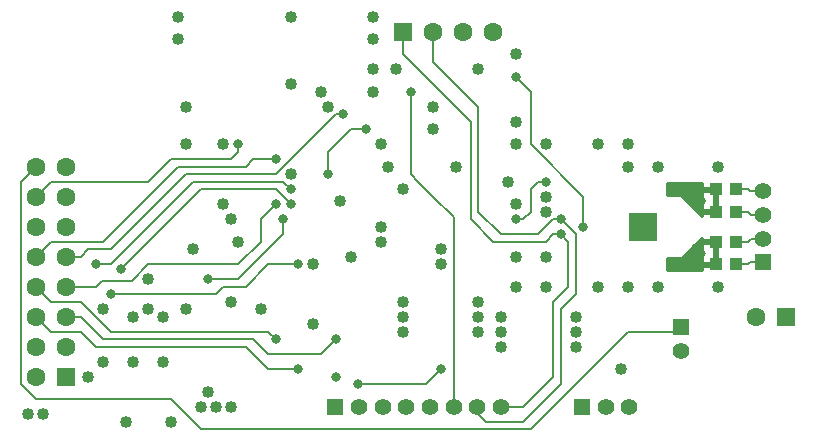
<source format=gbl>
G04 #@! TF.GenerationSoftware,KiCad,Pcbnew,5.0.0-fee4fd1~65~ubuntu17.10.1*
G04 #@! TF.CreationDate,2018-10-29T15:23:50-04:00*
G04 #@! TF.ProjectId,daughterboard,6461756768746572626F6172642E6B69,rev?*
G04 #@! TF.SameCoordinates,Original*
G04 #@! TF.FileFunction,Copper,L4,Bot,Signal*
G04 #@! TF.FilePolarity,Positive*
%FSLAX46Y46*%
G04 Gerber Fmt 4.6, Leading zero omitted, Abs format (unit mm)*
G04 Created by KiCad (PCBNEW 5.0.0-fee4fd1~65~ubuntu17.10.1) date Mon Oct 29 15:23:50 2018*
%MOMM*%
%LPD*%
G01*
G04 APERTURE LIST*
G04 #@! TA.AperFunction,ComponentPad*
%ADD10C,1.400000*%
G04 #@! TD*
G04 #@! TA.AperFunction,ComponentPad*
%ADD11R,1.400000X1.400000*%
G04 #@! TD*
G04 #@! TA.AperFunction,ComponentPad*
%ADD12R,1.600000X1.600000*%
G04 #@! TD*
G04 #@! TA.AperFunction,ComponentPad*
%ADD13C,1.600000*%
G04 #@! TD*
G04 #@! TA.AperFunction,ComponentPad*
%ADD14R,2.400000X2.400000*%
G04 #@! TD*
G04 #@! TA.AperFunction,SMDPad,CuDef*
%ADD15R,1.100000X1.000000*%
G04 #@! TD*
G04 #@! TA.AperFunction,ViaPad*
%ADD16C,0.812800*%
G04 #@! TD*
G04 #@! TA.AperFunction,ViaPad*
%ADD17C,1.016000*%
G04 #@! TD*
G04 #@! TA.AperFunction,Conductor*
%ADD18C,0.203200*%
G04 #@! TD*
G04 #@! TA.AperFunction,Conductor*
%ADD19C,0.254000*%
G04 #@! TD*
%ADD20C,0.350000*%
G04 APERTURE END LIST*
D10*
G04 #@! TO.P,J7,2*
G04 #@! TO.N,GND*
X208915000Y-104505000D03*
D11*
G04 #@! TO.P,J7,1*
G04 #@! TO.N,/ALRM_SW*
X208915000Y-102505000D03*
G04 #@! TD*
G04 #@! TO.P,J1,1*
G04 #@! TO.N,/PIX_VCC*
X200565000Y-109220000D03*
D10*
G04 #@! TO.P,J1,2*
G04 #@! TO.N,Net-(J1-Pad2)*
X202565000Y-109220000D03*
G04 #@! TO.P,J1,3*
G04 #@! TO.N,GND*
X204565000Y-109220000D03*
G04 #@! TD*
D11*
G04 #@! TO.P,J2,1*
G04 #@! TO.N,+5V*
X179690000Y-109220000D03*
D10*
G04 #@! TO.P,J2,2*
G04 #@! TO.N,/PIX_VCC*
X181690000Y-109220000D03*
G04 #@! TO.P,J2,3*
G04 #@! TO.N,GND*
X183690000Y-109220000D03*
G04 #@! TO.P,J2,4*
X185690000Y-109220000D03*
G04 #@! TO.P,J2,5*
G04 #@! TO.N,Net-(J2-Pad5)*
X187690000Y-109220000D03*
G04 #@! TO.P,J2,6*
G04 #@! TO.N,/KCHG*
X189690000Y-109220000D03*
G04 #@! TO.P,J2,7*
G04 #@! TO.N,/SCL*
X191690000Y-109220000D03*
G04 #@! TO.P,J2,8*
G04 #@! TO.N,/SDA*
X193690000Y-109220000D03*
G04 #@! TD*
D11*
G04 #@! TO.P,J3,1*
G04 #@! TO.N,/OUT_L-*
X215900000Y-96980000D03*
D10*
G04 #@! TO.P,J3,2*
G04 #@! TO.N,/OUT_L+*
X215900000Y-94980000D03*
G04 #@! TO.P,J3,3*
G04 #@! TO.N,/OUT_R+*
X215900000Y-92980000D03*
G04 #@! TO.P,J3,4*
G04 #@! TO.N,/OUT_R-*
X215900000Y-90980000D03*
G04 #@! TD*
D12*
G04 #@! TO.P,J5,1*
G04 #@! TO.N,/SDA*
X185420000Y-77470000D03*
D13*
G04 #@! TO.P,J5,2*
G04 #@! TO.N,/SCL*
X187960000Y-77470000D03*
G04 #@! TO.P,J5,3*
G04 #@! TO.N,/A_SHDN*
X190500000Y-77470000D03*
G04 #@! TO.P,J5,4*
G04 #@! TO.N,/KCHG*
X193040000Y-77470000D03*
G04 #@! TD*
D12*
G04 #@! TO.P,J4,1*
G04 #@! TO.N,+5V*
X156845000Y-106680000D03*
D13*
G04 #@! TO.P,J4,2*
X154305000Y-106680000D03*
G04 #@! TO.P,J4,3*
G04 #@! TO.N,GND*
X156845000Y-104140000D03*
G04 #@! TO.P,J4,4*
X154305000Y-104140000D03*
G04 #@! TO.P,J4,5*
G04 #@! TO.N,/PIX_CLK*
X156845000Y-101600000D03*
G04 #@! TO.P,J4,6*
G04 #@! TO.N,/PIX_LAMP*
X154305000Y-101600000D03*
G04 #@! TO.P,J4,7*
G04 #@! TO.N,/CCS_3V3*
X156845000Y-99060000D03*
G04 #@! TO.P,J4,8*
G04 #@! TO.N,/PIX_SHDN*
X154305000Y-99060000D03*
G04 #@! TO.P,J4,9*
G04 #@! TO.N,/CRST_3V3*
X156845000Y-96520000D03*
G04 #@! TO.P,J4,10*
G04 #@! TO.N,/DREQ*
X154305000Y-96520000D03*
G04 #@! TO.P,J4,11*
G04 #@! TO.N,/CMOSI_3V3*
X156845000Y-93980000D03*
G04 #@! TO.P,J4,12*
G04 #@! TO.N,/SCLK_3V3*
X154305000Y-93980000D03*
G04 #@! TO.P,J4,13*
G04 #@! TO.N,/MISO*
X156845000Y-91440000D03*
G04 #@! TO.P,J4,14*
G04 #@! TO.N,/XDCS_3V3*
X154305000Y-91440000D03*
G04 #@! TO.P,J4,15*
G04 #@! TO.N,+3V3*
X156845000Y-88900000D03*
G04 #@! TO.P,J4,16*
G04 #@! TO.N,/ALRM_SW*
X154305000Y-88900000D03*
G04 #@! TD*
D14*
G04 #@! TO.P,U4,EP*
G04 #@! TO.N,GND*
X205740000Y-93980000D03*
G04 #@! TD*
D12*
G04 #@! TO.P,J6,1*
G04 #@! TO.N,GND*
X217805000Y-101600000D03*
D13*
G04 #@! TO.P,J6,2*
X215265000Y-101600000D03*
G04 #@! TD*
D15*
G04 #@! TO.P,C31,1*
G04 #@! TO.N,/OUT_L-*
X213575000Y-97155000D03*
G04 #@! TO.P,C31,2*
G04 #@! TO.N,AGND*
X211875000Y-97155000D03*
G04 #@! TD*
G04 #@! TO.P,C32,1*
G04 #@! TO.N,AGND*
X211875000Y-90805000D03*
G04 #@! TO.P,C32,2*
G04 #@! TO.N,/OUT_R-*
X213575000Y-90805000D03*
G04 #@! TD*
G04 #@! TO.P,C33,2*
G04 #@! TO.N,AGND*
X211875000Y-95250000D03*
G04 #@! TO.P,C33,1*
G04 #@! TO.N,/OUT_L+*
X213575000Y-95250000D03*
G04 #@! TD*
G04 #@! TO.P,C34,2*
G04 #@! TO.N,/OUT_R+*
X213575000Y-92710000D03*
G04 #@! TO.P,C34,1*
G04 #@! TO.N,AGND*
X211875000Y-92710000D03*
G04 #@! TD*
D16*
G04 #@! TO.N,/MISO*
X159385000Y-97155000D03*
X175895000Y-90805000D03*
G04 #@! TO.N,/DREQ*
X174625000Y-88265000D03*
D17*
G04 #@! TO.N,+5V*
X207010000Y-88900000D03*
X158750000Y-106680000D03*
X161925000Y-110490000D03*
X169545000Y-109220000D03*
X168275000Y-109220000D03*
X165735000Y-110490000D03*
X170815000Y-109220000D03*
X194945000Y-79375000D03*
X184785000Y-80645000D03*
X207010000Y-99060000D03*
X203835000Y-106045000D03*
X168910000Y-107950000D03*
G04 #@! TO.N,GND*
X154940000Y-109855000D03*
X153670000Y-109855000D03*
X179070000Y-83820000D03*
X167005000Y-83820000D03*
X173355000Y-100965000D03*
X182880000Y-80645000D03*
X182880000Y-82550000D03*
X182880000Y-78105000D03*
X182880000Y-76200000D03*
X175895000Y-76200000D03*
X166370000Y-76200000D03*
X166370000Y-78105000D03*
X170815000Y-93345000D03*
X160020000Y-105410000D03*
X167005000Y-100965000D03*
X160020000Y-100965000D03*
X163830000Y-100965000D03*
X177800000Y-102235000D03*
X167005000Y-86995000D03*
X170815000Y-100330000D03*
D16*
X179705000Y-106680000D03*
D17*
X200025000Y-101600000D03*
X200025000Y-102870000D03*
X200025000Y-104140000D03*
X191770000Y-80645000D03*
X212090000Y-99060000D03*
X180975000Y-96520000D03*
X167640000Y-95885000D03*
X212090000Y-88900000D03*
D16*
G04 #@! TO.N,/PIX_CLK*
X179705000Y-103505000D03*
G04 #@! TO.N,/CMOSI_3V3*
X161544000Y-97536000D03*
X175895000Y-92075000D03*
G04 #@! TO.N,/SCLK_3V3*
X176530000Y-97155000D03*
X160655000Y-99695000D03*
G04 #@! TO.N,/XDCS_3V3*
X171450000Y-86995000D03*
G04 #@! TO.N,/CCS_3V3*
X174625000Y-92075000D03*
G04 #@! TO.N,/SDA*
X198755000Y-94615000D03*
G04 #@! TO.N,/SCL*
X198755000Y-93345000D03*
G04 #@! TO.N,/KCHG*
X186055000Y-82550000D03*
G04 #@! TO.N,/PIX_LAMP*
X176530000Y-106045000D03*
G04 #@! TO.N,/CRST_3V3*
X180340000Y-84455000D03*
G04 #@! TO.N,/PIX_SHDN*
X174625000Y-103505000D03*
D17*
G04 #@! TO.N,+3V3*
X162560000Y-105410000D03*
X170180000Y-92075000D03*
X162560000Y-101600000D03*
X163830000Y-98425000D03*
X170180000Y-86995000D03*
X185420000Y-100330000D03*
X185420000Y-101600000D03*
X185420000Y-102870000D03*
X175895000Y-89535000D03*
G04 #@! TO.N,+1V8*
X165100000Y-105410000D03*
X177800000Y-97155000D03*
X165100000Y-101600000D03*
X178435000Y-82550000D03*
X175895000Y-81915000D03*
X171450000Y-95250000D03*
G04 #@! TO.N,AVDD*
X184150000Y-88900000D03*
X191770000Y-101600000D03*
X191770000Y-100330000D03*
X191770000Y-102870000D03*
X183515000Y-93980000D03*
X204470000Y-88900000D03*
X185420000Y-90805000D03*
G04 #@! TO.N,AGND*
X193675000Y-101600000D03*
X193675000Y-102870000D03*
X193675000Y-104140000D03*
X188595000Y-95885000D03*
X197485000Y-91440000D03*
X197485000Y-96520000D03*
X183515000Y-95250000D03*
X183515000Y-86995000D03*
X189865000Y-88900000D03*
X180086000Y-91821000D03*
X197485000Y-92710000D03*
X187960000Y-83820000D03*
X201930000Y-86995000D03*
X194945000Y-92075000D03*
X194945000Y-86995000D03*
X194945000Y-85090000D03*
X187960000Y-85725000D03*
X197485000Y-86995000D03*
X204470000Y-99060000D03*
X201930000Y-99060000D03*
X197485000Y-99060000D03*
X194945000Y-96520000D03*
X194945000Y-99060000D03*
X188595000Y-97155000D03*
X208280000Y-90805000D03*
X208280000Y-97155000D03*
X204470000Y-86995000D03*
X194310000Y-90170000D03*
D16*
G04 #@! TO.N,Net-(C15-Pad2)*
X182245000Y-85725000D03*
X179070000Y-89535000D03*
G04 #@! TO.N,Net-(C23-Pad1)*
X197485000Y-90170000D03*
X194945000Y-93345000D03*
G04 #@! TO.N,Net-(R3-Pad1)*
X181610000Y-107315000D03*
X188595000Y-106045000D03*
G04 #@! TO.N,Net-(R6-Pad2)*
X168910000Y-98425000D03*
X175260000Y-93345000D03*
G04 #@! TO.N,Net-(U2-Pad4)*
X194945000Y-81280000D03*
X200660000Y-93980000D03*
G04 #@! TD*
D18*
G04 #@! TO.N,/MISO*
X175895000Y-90805000D02*
X175260000Y-90170000D01*
X175260000Y-90170000D02*
X167640000Y-90170000D01*
X167640000Y-90170000D02*
X160655000Y-97155000D01*
X160655000Y-97155000D02*
X159385000Y-97155000D01*
G04 #@! TO.N,/DREQ*
X160020000Y-95250000D02*
X155575000Y-95250000D01*
X166370000Y-88900000D02*
X160020000Y-95250000D01*
X155575000Y-95250000D02*
X154305000Y-96520000D01*
X172085000Y-88900000D02*
X166370000Y-88900000D01*
X174625000Y-88265000D02*
X172720000Y-88265000D01*
X172720000Y-88265000D02*
X172085000Y-88900000D01*
G04 #@! TO.N,/PIX_CLK*
X158115000Y-101600000D02*
X156845000Y-101600000D01*
X160020000Y-103505000D02*
X158115000Y-101600000D01*
X172720000Y-103505000D02*
X160020000Y-103505000D01*
X179705000Y-103505000D02*
X178435000Y-104775000D01*
X173990000Y-104775000D02*
X172720000Y-103505000D01*
X178435000Y-104775000D02*
X173990000Y-104775000D01*
G04 #@! TO.N,/CMOSI_3V3*
X168275000Y-90805000D02*
X161544000Y-97536000D01*
X174625000Y-90805000D02*
X168275000Y-90805000D01*
X175895000Y-92075000D02*
X174625000Y-90805000D01*
G04 #@! TO.N,/SCLK_3V3*
X169545000Y-99695000D02*
X160655000Y-99695000D01*
X170180000Y-99060000D02*
X169545000Y-99695000D01*
X176530000Y-97155000D02*
X173990000Y-97155000D01*
X172085000Y-99060000D02*
X170180000Y-99060000D01*
X173990000Y-97155000D02*
X172085000Y-99060000D01*
G04 #@! TO.N,/XDCS_3V3*
X163830000Y-90170000D02*
X155575000Y-90170000D01*
X165735000Y-88265000D02*
X163830000Y-90170000D01*
X170815000Y-88265000D02*
X165735000Y-88265000D01*
X155575000Y-90170000D02*
X154305000Y-91440000D01*
X171450000Y-86995000D02*
X171450000Y-87630000D01*
X171450000Y-87630000D02*
X170815000Y-88265000D01*
G04 #@! TO.N,/CCS_3V3*
X159385000Y-99060000D02*
X156845000Y-99060000D01*
X159893000Y-98552000D02*
X159385000Y-99060000D01*
X173355000Y-93345000D02*
X173355000Y-95250000D01*
X174625000Y-92075000D02*
X173355000Y-93345000D01*
X173355000Y-95250000D02*
X171450000Y-97155000D01*
X171450000Y-97155000D02*
X163830000Y-97155000D01*
X163830000Y-97155000D02*
X162433000Y-98552000D01*
X162433000Y-98552000D02*
X159893000Y-98552000D01*
G04 #@! TO.N,/SDA*
X198120000Y-94615000D02*
X198755000Y-94615000D01*
X185420000Y-77470000D02*
X185420000Y-79375000D01*
X191135000Y-85090000D02*
X191135000Y-93345000D01*
X191135000Y-93345000D02*
X193040000Y-95250000D01*
X197485000Y-95250000D02*
X198120000Y-94615000D01*
X185420000Y-79375000D02*
X191135000Y-85090000D01*
X193040000Y-95250000D02*
X197485000Y-95250000D01*
X199390000Y-95250000D02*
X198755000Y-94615000D01*
X199390000Y-99060000D02*
X199390000Y-95250000D01*
X198120000Y-100330000D02*
X199390000Y-99060000D01*
X198120000Y-106680000D02*
X198120000Y-100330000D01*
X193690000Y-109220000D02*
X195580000Y-109220000D01*
X195580000Y-109220000D02*
X198120000Y-106680000D01*
G04 #@! TO.N,/SCL*
X198755000Y-93345000D02*
X198120000Y-93345000D01*
X196850000Y-94615000D02*
X193675000Y-94615000D01*
X187960000Y-80010000D02*
X187960000Y-77470000D01*
X191770000Y-92710000D02*
X191770000Y-83820000D01*
X198120000Y-93345000D02*
X196850000Y-94615000D01*
X193675000Y-94615000D02*
X191770000Y-92710000D01*
X191770000Y-83820000D02*
X187960000Y-80010000D01*
X200025000Y-94615000D02*
X198755000Y-93345000D01*
X200025000Y-99695000D02*
X200025000Y-94615000D01*
X191690000Y-109775000D02*
X192405000Y-110490000D01*
X195580000Y-110490000D02*
X198755000Y-107315000D01*
X192405000Y-110490000D02*
X195580000Y-110490000D01*
X191690000Y-109220000D02*
X191690000Y-109775000D01*
X198755000Y-107315000D02*
X198755000Y-100965000D01*
X198755000Y-100965000D02*
X200025000Y-99695000D01*
G04 #@! TO.N,/KCHG*
X189690000Y-109220000D02*
X189690000Y-93520000D01*
X189690000Y-93520000D02*
X189690000Y-93170000D01*
X189690000Y-93170000D02*
X187960000Y-91440000D01*
X187960000Y-91440000D02*
X186690000Y-90170000D01*
X186690000Y-90170000D02*
X186055000Y-89535000D01*
X186055000Y-89535000D02*
X186055000Y-82550000D01*
G04 #@! TO.N,/PIX_LAMP*
X155575000Y-102870000D02*
X154305000Y-101600000D01*
X158115000Y-102870000D02*
X155575000Y-102870000D01*
X159385000Y-104140000D02*
X158115000Y-102870000D01*
X172085000Y-104140000D02*
X159385000Y-104140000D01*
X176530000Y-106045000D02*
X173990000Y-106045000D01*
X173990000Y-106045000D02*
X172085000Y-104140000D01*
G04 #@! TO.N,/CRST_3V3*
X158115000Y-96520000D02*
X156845000Y-96520000D01*
X158750000Y-95885000D02*
X158115000Y-96520000D01*
X180340000Y-84455000D02*
X179705000Y-84455000D01*
X179705000Y-84455000D02*
X174625000Y-89535000D01*
X174625000Y-89535000D02*
X167005000Y-89535000D01*
X167005000Y-89535000D02*
X160655000Y-95885000D01*
X160655000Y-95885000D02*
X158750000Y-95885000D01*
G04 #@! TO.N,/PIX_SHDN*
X155575000Y-100330000D02*
X154305000Y-99060000D01*
X158115000Y-100330000D02*
X155575000Y-100330000D01*
X174625000Y-103505000D02*
X173990000Y-102870000D01*
X160655000Y-102870000D02*
X158115000Y-100330000D01*
X173990000Y-102870000D02*
X160655000Y-102870000D01*
G04 #@! TO.N,/ALRM_SW*
X196215000Y-111125000D02*
X204470000Y-102870000D01*
X153035000Y-90170000D02*
X153035000Y-107315000D01*
X154305000Y-88900000D02*
X153035000Y-90170000D01*
X204470000Y-102870000D02*
X208915000Y-102870000D01*
X154305000Y-108585000D02*
X165735000Y-108585000D01*
X165735000Y-108585000D02*
X168275000Y-111125000D01*
X153035000Y-107315000D02*
X154305000Y-108585000D01*
X168275000Y-111125000D02*
X196215000Y-111125000D01*
G04 #@! TO.N,Net-(C15-Pad2)*
X180975000Y-85725000D02*
X182245000Y-85725000D01*
X179070000Y-89535000D02*
X179070000Y-87630000D01*
X179070000Y-87630000D02*
X180975000Y-85725000D01*
G04 #@! TO.N,Net-(C23-Pad1)*
X196215000Y-92710000D02*
X196215000Y-90805000D01*
X196850000Y-90170000D02*
X197485000Y-90170000D01*
X196215000Y-90805000D02*
X196850000Y-90170000D01*
X194945000Y-93345000D02*
X195580000Y-93345000D01*
X195580000Y-93345000D02*
X196215000Y-92710000D01*
G04 #@! TO.N,/OUT_L-*
X215900000Y-96980000D02*
X214805000Y-96980000D01*
X214630000Y-97155000D02*
X213575000Y-97155000D01*
X214805000Y-96980000D02*
X214630000Y-97155000D01*
G04 #@! TO.N,/OUT_L+*
X215900000Y-94980000D02*
X214900000Y-94980000D01*
X214630000Y-95250000D02*
X213575000Y-95250000D01*
X214900000Y-94980000D02*
X214630000Y-95250000D01*
G04 #@! TO.N,/OUT_R+*
X215900000Y-92980000D02*
X214900000Y-92980000D01*
X214630000Y-92710000D02*
X213575000Y-92710000D01*
X214900000Y-92980000D02*
X214630000Y-92710000D01*
G04 #@! TO.N,/OUT_R-*
X215900000Y-90980000D02*
X214805000Y-90980000D01*
X214630000Y-90805000D02*
X213575000Y-90805000D01*
X214805000Y-90980000D02*
X214630000Y-90805000D01*
G04 #@! TO.N,Net-(R3-Pad1)*
X187325000Y-107315000D02*
X181610000Y-107315000D01*
X188595000Y-106045000D02*
X187325000Y-107315000D01*
G04 #@! TO.N,Net-(R6-Pad2)*
X175260000Y-93345000D02*
X175260000Y-94615000D01*
X171450000Y-98425000D02*
X168910000Y-98425000D01*
X175260000Y-94615000D02*
X171450000Y-98425000D01*
G04 #@! TO.N,Net-(U2-Pad4)*
X196215000Y-82550000D02*
X194945000Y-81280000D01*
X200660000Y-91440000D02*
X196215000Y-86995000D01*
X196215000Y-86995000D02*
X196215000Y-82550000D01*
X200660000Y-93980000D02*
X200660000Y-91440000D01*
G04 #@! TD*
D19*
G04 #@! TO.N,AGND*
G36*
X210690000Y-90519250D02*
X210848750Y-90678000D01*
X211748000Y-90678000D01*
X211748000Y-90658000D01*
X212002000Y-90658000D01*
X212002000Y-90678000D01*
X212022000Y-90678000D01*
X212022000Y-90932000D01*
X212002000Y-90932000D01*
X212002000Y-92583000D01*
X212022000Y-92583000D01*
X212022000Y-92837000D01*
X212002000Y-92837000D01*
X212002000Y-92857000D01*
X211748000Y-92857000D01*
X211748000Y-92837000D01*
X210848750Y-92837000D01*
X210690000Y-92995750D01*
X210690000Y-93035394D01*
X209004803Y-91350197D01*
X208963601Y-91322667D01*
X208915000Y-91313000D01*
X207772000Y-91313000D01*
X207772000Y-91090750D01*
X210690000Y-91090750D01*
X210690000Y-91431310D01*
X210786673Y-91664699D01*
X210879475Y-91757500D01*
X210786673Y-91850301D01*
X210690000Y-92083690D01*
X210690000Y-92424250D01*
X210848750Y-92583000D01*
X211748000Y-92583000D01*
X211748000Y-90932000D01*
X210848750Y-90932000D01*
X210690000Y-91090750D01*
X207772000Y-91090750D01*
X207772000Y-90297000D01*
X210690000Y-90297000D01*
X210690000Y-90519250D01*
X210690000Y-90519250D01*
G37*
X210690000Y-90519250D02*
X210848750Y-90678000D01*
X211748000Y-90678000D01*
X211748000Y-90658000D01*
X212002000Y-90658000D01*
X212002000Y-90678000D01*
X212022000Y-90678000D01*
X212022000Y-90932000D01*
X212002000Y-90932000D01*
X212002000Y-92583000D01*
X212022000Y-92583000D01*
X212022000Y-92837000D01*
X212002000Y-92837000D01*
X212002000Y-92857000D01*
X211748000Y-92857000D01*
X211748000Y-92837000D01*
X210848750Y-92837000D01*
X210690000Y-92995750D01*
X210690000Y-93035394D01*
X209004803Y-91350197D01*
X208963601Y-91322667D01*
X208915000Y-91313000D01*
X207772000Y-91313000D01*
X207772000Y-91090750D01*
X210690000Y-91090750D01*
X210690000Y-91431310D01*
X210786673Y-91664699D01*
X210879475Y-91757500D01*
X210786673Y-91850301D01*
X210690000Y-92083690D01*
X210690000Y-92424250D01*
X210848750Y-92583000D01*
X211748000Y-92583000D01*
X211748000Y-90932000D01*
X210848750Y-90932000D01*
X210690000Y-91090750D01*
X207772000Y-91090750D01*
X207772000Y-90297000D01*
X210690000Y-90297000D01*
X210690000Y-90519250D01*
G36*
X210690000Y-94964250D02*
X210848750Y-95123000D01*
X211748000Y-95123000D01*
X211748000Y-95103000D01*
X212002000Y-95103000D01*
X212002000Y-95123000D01*
X212022000Y-95123000D01*
X212022000Y-95377000D01*
X212002000Y-95377000D01*
X212002000Y-97028000D01*
X212022000Y-97028000D01*
X212022000Y-97282000D01*
X212002000Y-97282000D01*
X212002000Y-97302000D01*
X211748000Y-97302000D01*
X211748000Y-97282000D01*
X210848750Y-97282000D01*
X210690000Y-97440750D01*
X210690000Y-97663000D01*
X207772000Y-97663000D01*
X207772000Y-96647000D01*
X208915000Y-96647000D01*
X208963601Y-96637333D01*
X209004803Y-96609803D01*
X210078856Y-95535750D01*
X210690000Y-95535750D01*
X210690000Y-95876310D01*
X210786673Y-96109699D01*
X210879475Y-96202500D01*
X210786673Y-96295301D01*
X210690000Y-96528690D01*
X210690000Y-96869250D01*
X210848750Y-97028000D01*
X211748000Y-97028000D01*
X211748000Y-95377000D01*
X210848750Y-95377000D01*
X210690000Y-95535750D01*
X210078856Y-95535750D01*
X210690000Y-94924606D01*
X210690000Y-94964250D01*
X210690000Y-94964250D01*
G37*
X210690000Y-94964250D02*
X210848750Y-95123000D01*
X211748000Y-95123000D01*
X211748000Y-95103000D01*
X212002000Y-95103000D01*
X212002000Y-95123000D01*
X212022000Y-95123000D01*
X212022000Y-95377000D01*
X212002000Y-95377000D01*
X212002000Y-97028000D01*
X212022000Y-97028000D01*
X212022000Y-97282000D01*
X212002000Y-97282000D01*
X212002000Y-97302000D01*
X211748000Y-97302000D01*
X211748000Y-97282000D01*
X210848750Y-97282000D01*
X210690000Y-97440750D01*
X210690000Y-97663000D01*
X207772000Y-97663000D01*
X207772000Y-96647000D01*
X208915000Y-96647000D01*
X208963601Y-96637333D01*
X209004803Y-96609803D01*
X210078856Y-95535750D01*
X210690000Y-95535750D01*
X210690000Y-95876310D01*
X210786673Y-96109699D01*
X210879475Y-96202500D01*
X210786673Y-96295301D01*
X210690000Y-96528690D01*
X210690000Y-96869250D01*
X210848750Y-97028000D01*
X211748000Y-97028000D01*
X211748000Y-95377000D01*
X210848750Y-95377000D01*
X210690000Y-95535750D01*
X210078856Y-95535750D01*
X210690000Y-94924606D01*
X210690000Y-94964250D01*
G04 #@! TD*
D20*
X159385000Y-97155000D03*
X175895000Y-90805000D03*
X174625000Y-88265000D03*
X207010000Y-88900000D03*
X158750000Y-106680000D03*
X161925000Y-110490000D03*
X169545000Y-109220000D03*
X168275000Y-109220000D03*
X165735000Y-110490000D03*
X170815000Y-109220000D03*
X194945000Y-79375000D03*
X184785000Y-80645000D03*
X207010000Y-99060000D03*
X203835000Y-106045000D03*
X168910000Y-107950000D03*
X154940000Y-109855000D03*
X153670000Y-109855000D03*
X179070000Y-83820000D03*
X167005000Y-83820000D03*
X173355000Y-100965000D03*
X182880000Y-80645000D03*
X182880000Y-82550000D03*
X182880000Y-78105000D03*
X182880000Y-76200000D03*
X175895000Y-76200000D03*
X166370000Y-76200000D03*
X166370000Y-78105000D03*
X170815000Y-93345000D03*
X160020000Y-105410000D03*
X167005000Y-100965000D03*
X160020000Y-100965000D03*
X163830000Y-100965000D03*
X177800000Y-102235000D03*
X167005000Y-86995000D03*
X170815000Y-100330000D03*
X179705000Y-106680000D03*
X200025000Y-101600000D03*
X200025000Y-102870000D03*
X200025000Y-104140000D03*
X191770000Y-80645000D03*
X212090000Y-99060000D03*
X180975000Y-96520000D03*
X167640000Y-95885000D03*
X212090000Y-88900000D03*
X179705000Y-103505000D03*
X161544000Y-97536000D03*
X175895000Y-92075000D03*
X176530000Y-97155000D03*
X160655000Y-99695000D03*
X171450000Y-86995000D03*
X174625000Y-92075000D03*
X198755000Y-94615000D03*
X198755000Y-93345000D03*
X186055000Y-82550000D03*
X176530000Y-106045000D03*
X180340000Y-84455000D03*
X174625000Y-103505000D03*
X162560000Y-105410000D03*
X170180000Y-92075000D03*
X162560000Y-101600000D03*
X163830000Y-98425000D03*
X170180000Y-86995000D03*
X185420000Y-100330000D03*
X185420000Y-101600000D03*
X185420000Y-102870000D03*
X175895000Y-89535000D03*
X165100000Y-105410000D03*
X177800000Y-97155000D03*
X165100000Y-101600000D03*
X178435000Y-82550000D03*
X175895000Y-81915000D03*
X171450000Y-95250000D03*
X184150000Y-88900000D03*
X191770000Y-101600000D03*
X191770000Y-100330000D03*
X191770000Y-102870000D03*
X183515000Y-93980000D03*
X204470000Y-88900000D03*
X185420000Y-90805000D03*
X193675000Y-101600000D03*
X193675000Y-102870000D03*
X193675000Y-104140000D03*
X188595000Y-95885000D03*
X197485000Y-91440000D03*
X197485000Y-96520000D03*
X183515000Y-95250000D03*
X183515000Y-86995000D03*
X189865000Y-88900000D03*
X180086000Y-91821000D03*
X197485000Y-92710000D03*
X187960000Y-83820000D03*
X201930000Y-86995000D03*
X194945000Y-92075000D03*
X194945000Y-86995000D03*
X194945000Y-85090000D03*
X187960000Y-85725000D03*
X197485000Y-86995000D03*
X204470000Y-99060000D03*
X201930000Y-99060000D03*
X197485000Y-99060000D03*
X194945000Y-96520000D03*
X194945000Y-99060000D03*
X188595000Y-97155000D03*
X208280000Y-90805000D03*
X208280000Y-97155000D03*
X204470000Y-86995000D03*
X194310000Y-90170000D03*
X182245000Y-85725000D03*
X179070000Y-89535000D03*
X197485000Y-90170000D03*
X194945000Y-93345000D03*
X181610000Y-107315000D03*
X188595000Y-106045000D03*
X168910000Y-98425000D03*
X175260000Y-93345000D03*
X194945000Y-81280000D03*
X200660000Y-93980000D03*
X208915000Y-104505000D03*
X208915000Y-102505000D03*
X200565000Y-109220000D03*
X202565000Y-109220000D03*
X204565000Y-109220000D03*
X179690000Y-109220000D03*
X181690000Y-109220000D03*
X183690000Y-109220000D03*
X185690000Y-109220000D03*
X187690000Y-109220000D03*
X189690000Y-109220000D03*
X191690000Y-109220000D03*
X193690000Y-109220000D03*
X215900000Y-96980000D03*
X215900000Y-94980000D03*
X215900000Y-92980000D03*
X215900000Y-90980000D03*
X185420000Y-77470000D03*
X187960000Y-77470000D03*
X190500000Y-77470000D03*
X193040000Y-77470000D03*
X156845000Y-106680000D03*
X154305000Y-106680000D03*
X156845000Y-104140000D03*
X154305000Y-104140000D03*
X156845000Y-101600000D03*
X154305000Y-101600000D03*
X156845000Y-99060000D03*
X154305000Y-99060000D03*
X156845000Y-96520000D03*
X154305000Y-96520000D03*
X156845000Y-93980000D03*
X154305000Y-93980000D03*
X156845000Y-91440000D03*
X154305000Y-91440000D03*
X156845000Y-88900000D03*
X154305000Y-88900000D03*
X205740000Y-93980000D03*
X217805000Y-101600000D03*
X215265000Y-101600000D03*
M02*

</source>
